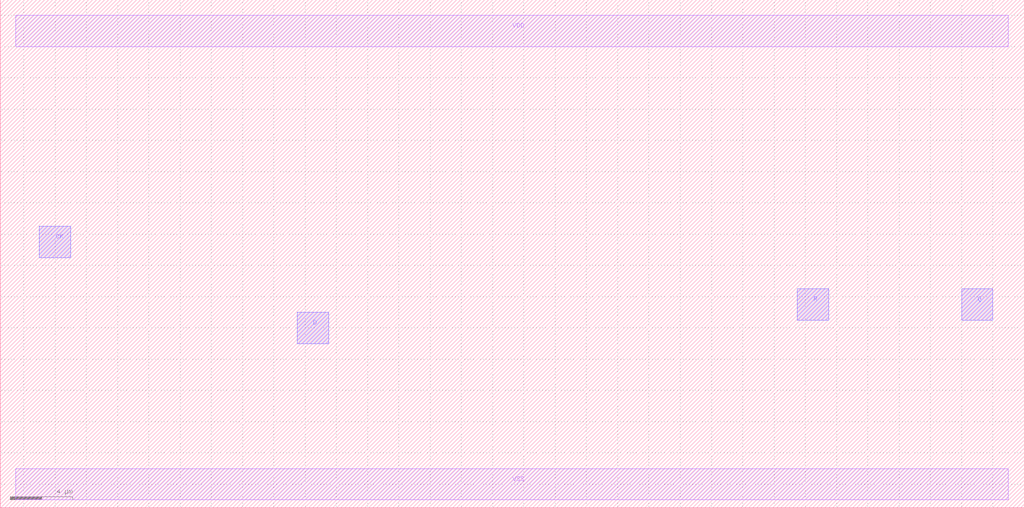
<source format=lef>
# C:/Users/akita/Documents/rff1m2_r.lef
# Created by Glade release version 4.7.35 compiled on May 19 2020 19:14:35
# Run by akita on host LAPTOP-E0CJ65QR at Wed Jun  3 17:44:29 2020

VERSION 5.6 ;
NAMESCASESENSITIVE ON ;
BUSBITCHARS "[]" ;
DIVIDERCHAR "/"  ;
UNITS
    DATABASE MICRONS 1000 ;
END UNITS

MACRO rff1m2_r
    CLASS core ;
    FOREIGN rff1m2_r -1.500 -1.500 ;
    ORIGIN 1.500 1.500 ;
    SIZE 65.500 BY 32.500 ;
    PIN R
        DIRECTION INPUT ;
        USE SIGNAL ;
        PORT
        LAYER ML2 ;
        RECT 49.500 10.500 51.500 12.500 ;
        LAYER ML1 ;
        RECT 49.500 10.500 51.500 12.500 ;
        END
    END R
    PIN CK
        DIRECTION INPUT ;
        USE SIGNAL ;
        PORT
        LAYER ML2 ;
        RECT 1.000 14.500 3.000 16.500 ;
        LAYER ML1 ;
        RECT 1.000 14.500 3.000 16.500 ;
        END
    END CK
    PIN VDD
        DIRECTION INOUT ;
        USE POWER ;
        PORT
        LAYER ML1 ;
        RECT -0.500 28.000 63.000 30.000 ;
        END
    END VDD
    PIN D
        DIRECTION INPUT ;
        USE POWER ;
        PORT
        LAYER ML2 ;
        RECT 17.500 9.000 19.500 11.000 ;
        LAYER ML1 ;
        RECT 17.500 9.000 19.500 11.000 ;
        END
    END D
    PIN Q
        DIRECTION OUTPUT ;
        USE SIGNAL ;
        PORT
        LAYER ML2 ;
        RECT 60.000 10.500 62.000 12.500 ;
        LAYER ML1 ;
        RECT 60.000 10.500 62.000 12.500 ;
        END
    END Q
    PIN VSS
        DIRECTION INOUT ;
        USE GROUND ;
        PORT
        LAYER ML1 ;
        RECT -0.500 -1.000 63.000 1.000 ;
        END
    END VSS
    OBS
    END
END rff1m2_r

END LIBRARY

</source>
